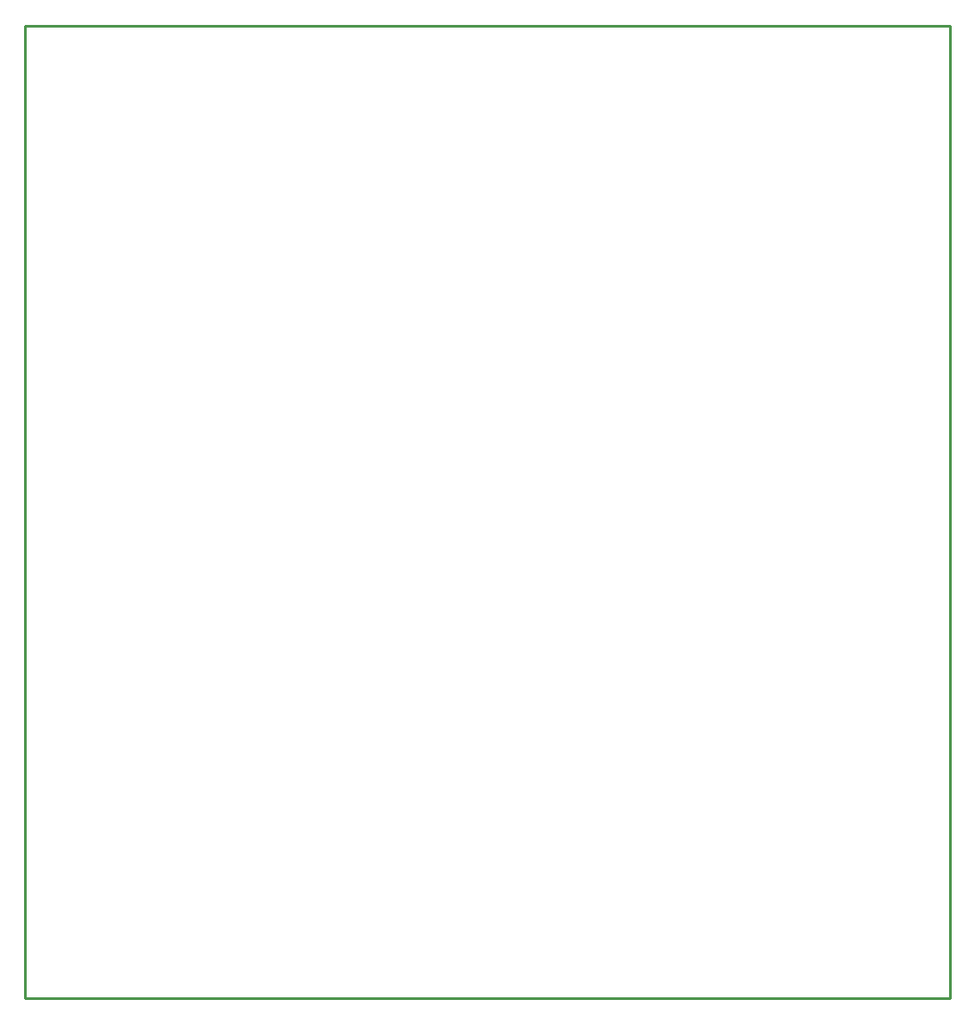
<source format=gko>
%FSLAX25Y25*%
%MOIN*%
G70*
G01*
G75*
G04 Layer_Color=16711935*
%ADD10C,0.01181*%
%ADD11C,0.00984*%
%ADD12R,0.05906X0.05906*%
%ADD13R,0.03150X0.03543*%
%ADD14R,0.07874X0.21654*%
%ADD15R,0.02756X0.03543*%
%ADD16R,0.05512X0.05512*%
%ADD17R,0.10236X0.04331*%
%ADD18R,0.04331X0.10236*%
%ADD19R,0.04528X0.02362*%
%ADD20R,0.03543X0.02756*%
%ADD21R,0.20079X0.20079*%
%ADD22R,0.00984X0.02362*%
%ADD23R,0.02362X0.00984*%
%ADD24R,0.03543X0.03150*%
%ADD25R,0.09449X0.03937*%
%ADD26R,0.09449X0.12598*%
%ADD27R,0.05512X0.05512*%
%ADD28R,0.06890X0.02165*%
%ADD29R,0.02165X0.06890*%
%ADD30R,0.04331X0.02559*%
%ADD31R,0.05433X0.01575*%
%ADD32R,0.08268X0.05630*%
%ADD33R,0.08268X0.05709*%
%ADD34R,0.07480X0.04626*%
%ADD35R,0.07480X0.09350*%
%ADD36C,0.04724*%
%ADD37C,0.03937*%
%ADD38C,0.01000*%
%ADD39C,0.19685*%
%ADD40C,0.20472*%
%ADD41R,0.05906X0.05906*%
%ADD42C,0.05906*%
%ADD43C,0.06299*%
%ADD44C,0.11024*%
%ADD45C,0.07874*%
%ADD46R,0.06299X0.06299*%
%ADD47C,0.03543*%
%ADD48C,0.03150*%
%ADD49C,0.00000*%
%ADD50C,0.02362*%
%ADD51C,0.00787*%
%ADD52C,0.00800*%
D38*
X198819Y112992D02*
Y477165D01*
X545276D01*
Y112992D02*
Y477165D01*
X198819Y112992D02*
X545276D01*
M02*

</source>
